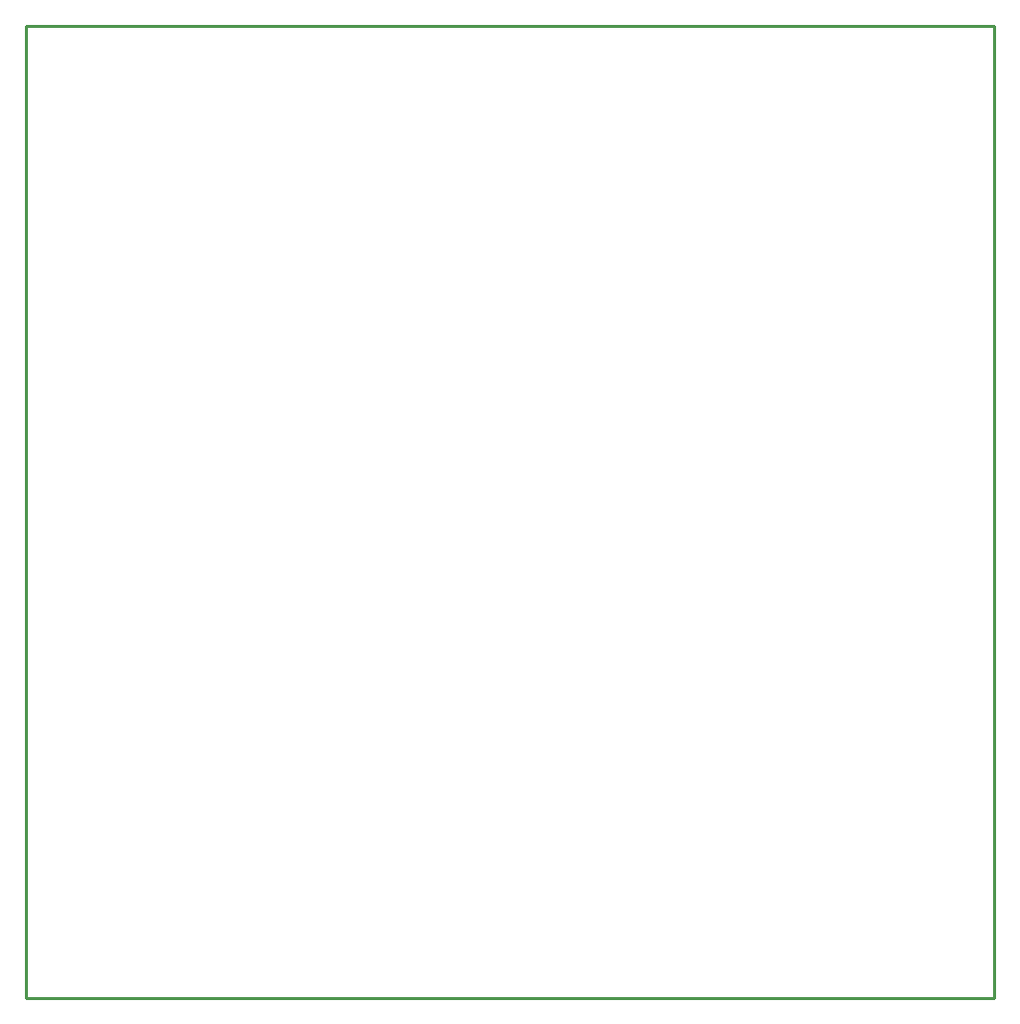
<source format=gbr>
G04 EAGLE Gerber RS-274X export*
G75*
%MOIN*%
%FSLAX34Y34*%
%LPD*%
%IN*%
%IPPOS*%
%AMOC8*
5,1,8,0,0,1.08239X$1,22.5*%
G01*
%ADD10C,0.010000*%


D10*
X0Y0D02*
X32370Y0D01*
X32370Y32496D01*
X0Y32496D01*
X0Y0D01*
M02*

</source>
